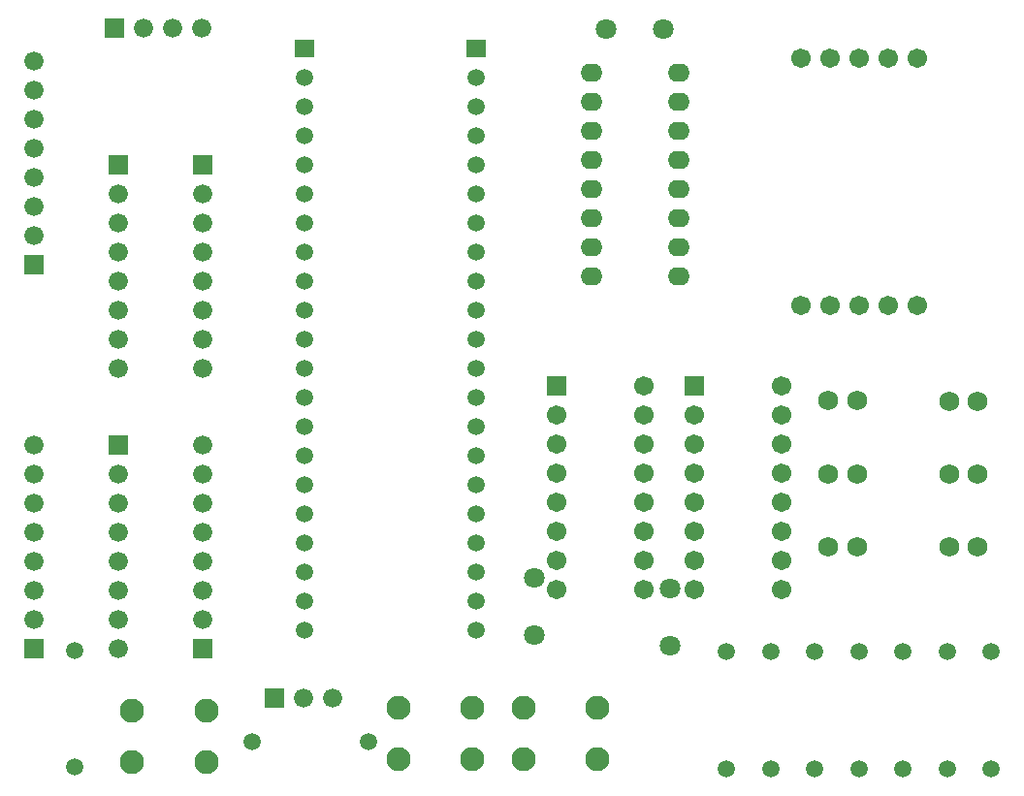
<source format=gts>
G04 Layer: TopSolderMaskLayer*
G04 EasyEDA v6.5.46, 2024-08-18 09:58:02*
G04 236360ae96044019aedb561fcd3bba06,230f2a6ff4724a6391133640ca874918,10*
G04 Gerber Generator version 0.2*
G04 Scale: 100 percent, Rotated: No, Reflected: No *
G04 Dimensions in millimeters *
G04 leading zeros omitted , absolute positions ,4 integer and 5 decimal *
%FSLAX45Y45*%
%MOMM*%

%AMMACRO1*4,1,8,-0.8085,-0.8382,-0.8382,-0.8084,-0.8382,0.8085,-0.8085,0.8382,0.8084,0.8382,0.8382,0.8085,0.8382,-0.8084,0.8084,-0.8382,-0.8085,-0.8382,0*%
%AMMACRO2*4,1,8,-0.8211,-0.7508,-0.8508,-0.721,-0.8508,0.7211,-0.8211,0.7508,0.821,0.7508,0.8508,0.7211,0.8508,-0.721,0.821,-0.7508,-0.8211,-0.7508,0*%
%AMMACRO3*4,1,8,-0.8211,-0.8508,-0.8508,-0.821,-0.8508,0.8211,-0.8211,0.8508,0.821,0.8508,0.8508,0.8211,0.8508,-0.821,0.821,-0.8508,-0.8211,-0.8508,0*%
%ADD10C,1.7526*%
%ADD11MACRO1*%
%ADD12C,1.6764*%
%ADD13C,1.8016*%
%ADD14C,2.1016*%
%ADD15C,1.5016*%
%ADD16MACRO2*%
%ADD17C,1.7016*%
%ADD18MACRO3*%
%ADD19O,1.92659X1.561592*%

%LPD*%
D10*
G01*
X8379993Y3683000D03*
G01*
X8130006Y3683000D03*
G01*
X8379993Y3041650D03*
G01*
X8130006Y3041650D03*
G01*
X8379993Y2400300D03*
G01*
X8130006Y2400300D03*
G01*
X9434093Y3676650D03*
G01*
X9184106Y3676650D03*
G01*
X9434093Y3041650D03*
G01*
X9184106Y3041650D03*
G01*
X9434093Y2406650D03*
G01*
X9184106Y2406650D03*
D11*
G01*
X1892300Y6934200D03*
D12*
G01*
X2146300Y6934200D03*
G01*
X2400300Y6934200D03*
G01*
X2654300Y6934200D03*
D13*
G01*
X6188913Y6921500D03*
G01*
X6688912Y6921500D03*
G01*
X6743700Y1540687D03*
G01*
X6743700Y2040686D03*
G01*
X5562600Y1629587D03*
G01*
X5562600Y2129586D03*
D14*
G01*
X5023993Y549706D03*
G01*
X5023993Y999693D03*
G01*
X4374006Y999693D03*
G01*
X4374006Y549706D03*
G01*
X2699893Y524306D03*
G01*
X2699893Y974293D03*
G01*
X2049906Y974293D03*
G01*
X2049906Y524306D03*
D15*
G01*
X7239000Y1487906D03*
G01*
X7239000Y467893D03*
G01*
X4116806Y698500D03*
G01*
X3096793Y698500D03*
G01*
X1549400Y480593D03*
G01*
X1549400Y1500606D03*
D11*
G01*
X2667000Y5740400D03*
D12*
G01*
X2667000Y5486400D03*
G01*
X2667000Y5232400D03*
G01*
X2667000Y4978400D03*
G01*
X2667000Y4724400D03*
G01*
X2667000Y4470400D03*
G01*
X2667000Y4216400D03*
G01*
X2667000Y3962400D03*
D11*
G01*
X1930400Y5740400D03*
D12*
G01*
X1930400Y5486400D03*
G01*
X1930400Y5232400D03*
G01*
X1930400Y4978400D03*
G01*
X1930400Y4724400D03*
G01*
X1930400Y4470400D03*
G01*
X1930400Y4216400D03*
G01*
X1930400Y3962400D03*
D11*
G01*
X2667000Y1511300D03*
D12*
G01*
X2667000Y1765300D03*
G01*
X2667000Y2019300D03*
G01*
X2667000Y2273300D03*
G01*
X2667000Y2527300D03*
G01*
X2667000Y2781300D03*
G01*
X2667000Y3035300D03*
G01*
X2667000Y3289300D03*
D11*
G01*
X1930400Y3289300D03*
D12*
G01*
X1930400Y3035300D03*
G01*
X1930400Y2781300D03*
G01*
X1930400Y2527300D03*
G01*
X1930400Y2273300D03*
G01*
X1930400Y2019300D03*
G01*
X1930400Y1765300D03*
G01*
X1930400Y1511300D03*
D11*
G01*
X3289300Y1079500D03*
D12*
G01*
X3543300Y1079500D03*
G01*
X3797300Y1079500D03*
D14*
G01*
X6116193Y549706D03*
G01*
X6116193Y999693D03*
G01*
X5466206Y999693D03*
G01*
X5466206Y549706D03*
D15*
G01*
X8394700Y467893D03*
G01*
X8394700Y1487906D03*
G01*
X8009458Y467893D03*
G01*
X8009458Y1487906D03*
G01*
X7624241Y467893D03*
G01*
X7624241Y1487906D03*
G01*
X8779916Y467893D03*
G01*
X8779916Y1487906D03*
G01*
X9165158Y467893D03*
G01*
X9165158Y1487906D03*
G01*
X9550400Y467893D03*
G01*
X9550400Y1487906D03*
D11*
G01*
X1193800Y1511300D03*
D12*
G01*
X1193800Y1765300D03*
G01*
X1193800Y2019300D03*
G01*
X1193800Y2273300D03*
G01*
X1193800Y2527300D03*
G01*
X1193800Y2781300D03*
G01*
X1193800Y3035300D03*
G01*
X1193800Y3289300D03*
D11*
G01*
X1193800Y4864100D03*
D12*
G01*
X1193800Y5118100D03*
G01*
X1193800Y5372100D03*
G01*
X1193800Y5626100D03*
G01*
X1193800Y5880100D03*
G01*
X1193800Y6134100D03*
G01*
X1193800Y6388100D03*
G01*
X1193800Y6642100D03*
D16*
G01*
X3556000Y6756400D03*
D15*
G01*
X3556000Y6502400D03*
G01*
X3556000Y6248400D03*
G01*
X3556000Y5994400D03*
G01*
X3556000Y5740400D03*
G01*
X3556000Y5486400D03*
G01*
X3556000Y5232400D03*
G01*
X3556000Y4978400D03*
G01*
X3556000Y4724400D03*
G01*
X3556000Y4470400D03*
G01*
X3556000Y4216400D03*
G01*
X3556000Y3962400D03*
G01*
X3556000Y3708400D03*
G01*
X3556000Y3454400D03*
G01*
X3556000Y3200400D03*
G01*
X3556000Y2946400D03*
G01*
X3556000Y2692400D03*
G01*
X3556000Y2438400D03*
G01*
X3556000Y2184400D03*
G01*
X3556000Y1930400D03*
G01*
X3556000Y1676400D03*
D16*
G01*
X5054600Y6756400D03*
D15*
G01*
X5054600Y6502400D03*
G01*
X5054600Y6248400D03*
G01*
X5054600Y5994400D03*
G01*
X5054600Y5740400D03*
G01*
X5054600Y5486400D03*
G01*
X5054600Y5232400D03*
G01*
X5054600Y4978400D03*
G01*
X5054600Y4724400D03*
G01*
X5054600Y4470400D03*
G01*
X5054600Y4216400D03*
G01*
X5054600Y3962400D03*
G01*
X5054600Y3708400D03*
G01*
X5054600Y3454400D03*
G01*
X5054600Y3200400D03*
G01*
X5054600Y2946400D03*
G01*
X5054600Y2692400D03*
G01*
X5054600Y2438400D03*
G01*
X5054600Y2184400D03*
G01*
X5054600Y1930400D03*
G01*
X5054600Y1676400D03*
D17*
G01*
X8648700Y4507992D03*
G01*
X8394700Y4507992D03*
G01*
X8140700Y4507992D03*
G01*
X8902700Y4507992D03*
G01*
X7886700Y4507992D03*
G01*
X8902700Y6668008D03*
G01*
X8648700Y6668008D03*
G01*
X8394700Y6668008D03*
G01*
X8140700Y6668008D03*
G01*
X7886700Y6668008D03*
G01*
X7721600Y3810000D03*
G01*
X7721600Y3556000D03*
G01*
X7721600Y3302000D03*
G01*
X7721600Y3048000D03*
G01*
X7721600Y2794000D03*
G01*
X7721600Y2540000D03*
G01*
X7721600Y2286000D03*
G01*
X7721600Y2032000D03*
G01*
X6959600Y2032000D03*
G01*
X6959600Y2286000D03*
G01*
X6959600Y2540000D03*
G01*
X6959600Y2794000D03*
G01*
X6959600Y3048000D03*
G01*
X6959600Y3302000D03*
G01*
X6959600Y3556000D03*
D18*
G01*
X6959602Y3810007D03*
D17*
G01*
X6515100Y3810000D03*
G01*
X6515100Y3556000D03*
G01*
X6515100Y3302000D03*
G01*
X6515100Y3048000D03*
G01*
X6515100Y2794000D03*
G01*
X6515100Y2540000D03*
G01*
X6515100Y2286000D03*
G01*
X6515100Y2032000D03*
G01*
X5753100Y2032000D03*
G01*
X5753100Y2286000D03*
G01*
X5753100Y2540000D03*
G01*
X5753100Y2794000D03*
G01*
X5753100Y3048000D03*
G01*
X5753100Y3302000D03*
G01*
X5753100Y3556000D03*
D18*
G01*
X5753102Y3810007D03*
D19*
G01*
X6819900Y4762500D03*
G01*
X6819900Y5016500D03*
G01*
X6819900Y5270500D03*
G01*
X6819900Y5524500D03*
G01*
X6819900Y5778500D03*
G01*
X6819900Y6032500D03*
G01*
X6819900Y6286500D03*
G01*
X6819900Y6540500D03*
G01*
X6057900Y4762500D03*
G01*
X6057900Y5016500D03*
G01*
X6057900Y5270500D03*
G01*
X6057900Y5524500D03*
G01*
X6057900Y5778500D03*
G01*
X6057900Y6032500D03*
G01*
X6057900Y6286500D03*
G01*
X6057900Y6540500D03*
M02*

</source>
